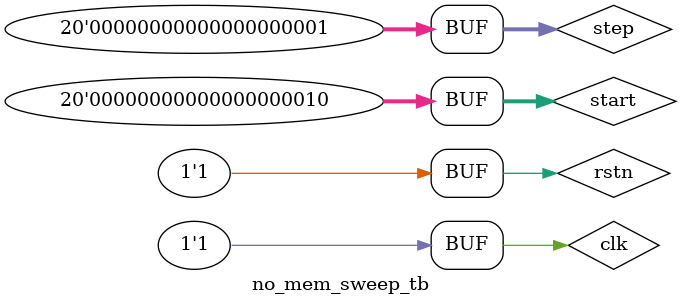
<source format=sv>
/***
  no_mem_sweep is a deterministic module that counts up from a given start value in increments of the given step value for 
  a given number of cycles. it formats the output as the 24 bit commands that will be sent via SPI to a given DAC.

  no_mem_sweep_tb is a testbench to test the operation of the above module

  @author: Ellie Sundheim
	   esundheim@g.hmc.edu
  @version: 2/12/2025
  
*/


module no_mem_sweep #(parameter DEPTH = 256)
                    (input logic [19:0] start,
                    input logic [19:0] step,
                    input logic clk, rstn,
                    output logic [31:0] mosi
                    );

parameter [3:0] start_bits = 4'b0001;
logic [7:0] counter;
logic [19:0] curr_val, next_val;

always @(posedge clk)
    if (~rstn) begin
        curr_val <= 0;
        counter <= 0;
    end
    else if (counter < DEPTH) begin
        curr_val <= next_val;
        counter <= counter + 1;
    end
    else begin
        curr_val <= curr_val;
        counter <= counter; //freeze counter so that it doesn't overflow and restart the sweep
    end

assign next_val = curr_val + counter*step;
assign mosi = {8'b0, start_bits, curr_val};

endmodule


module no_mem_sweep_tb();
    logic rstn, clk;
    logic [19:0] start, step;
    logic [31:0] mosi;

    // test generation of 16 evenly spaced steps
    no_mem_sweep #(16) dut ( .rstn(rstn), .clk(clk), .start(start), .step(step), .mosi(mosi));

    // generate testbench clock
    always begin 
        clk = 0; #5; clk = 1; #5;
    end

    // initialize
    initial begin
        start = 20'b00000_00000_00000_00010;
        step = 20'b00000_00000_00000_00001;
	    rstn = 0; #12; rstn = 1; 
	end

    // apply test vectors on rising edge of clk 
    always @(posedge clk) 
        begin
	
        end 

    always @(negedge clk)
        begin
        
        end
endmodule

</source>
